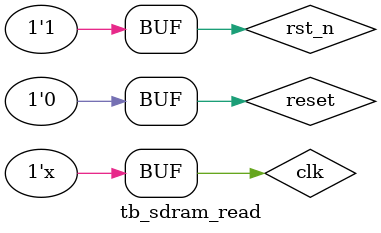
<source format=v>
`timescale 1ns / 1ps


module tb_sdram_read(

    );

    reg          clk             ;
    wire         clk_100M        ;
    wire         clk_100M_shift  ;
    wire         clk_50M         ;
    wire         locked          ;
    reg          rst_n           ;
    
    //复位信号与锁定信号相与,表示真正有效的复位
    wire         locked_rst_n    ;
    
    // init模块输出
    wire [3:0]   init_cmd        ;
    wire [1:0]   init_bank_addr  ;
    wire         init_end        ;
    wire [12:0]  init_addr       ;

    //SDRAM地址、控制线
    wire [3:0]   sdram_cmd        ;
    wire [1:0]   sdram_bank_addr  ;
    wire [12:0]  sdram_addr       ; 
    //SDRAM数据线
    wire [15:0]  sdram_dq         ;

    //write模块输入
    reg        wr_en              ;
    reg [23:0] wr_addr            ;
    reg [15:0] wr_data            ;  
    
    
    //write模块输出
    wire [3:0]   wr_cmd           ;
    wire [1:0]   wr_bank_addr     ;
    wire [12:0]  wr_sdram_addr    ;
    wire [15:0]  wr_sdram_data    ;
    wire         wr_end           ;
    wire         wr_ack           ;
    wire         wr_sdram_en      ;

    //sdram_read模块输入
    reg          rd_en            ;
    reg [23:0]   rd_addr          ;
    
    //sdram_read模块输出
    wire         rd_ack           ;
    wire [3:0]   rd_cmd           ;
    wire [1:0]   rd_bank_addr     ;
    wire [12:0]  rd_sdram_addr    ;
    wire         rd_end           ;
    wire [15:0]  rd_data          ;
    
    
    //clk_gen模块的复位信号高电平有效
    assign reset = ~rst_n;
    
    //复位信号与锁定信号相与
    assign locked_rst_n = rst_n & locked;
    
    //系统时钟和复位
    initial begin
        clk = 1'b1;
        rst_n <= 1'b0;
    #20
        rst_n <= 1'b1;
    end
    
    always#10 clk = ~clk;
    
    
    //重定义sdram仿真模型参数
    defparam sdram_model_plus_init.addr_bits = 13;
    defparam sdram_model_plus_init.data_bits = 16;
    defparam sdram_model_plus_init.col_bits = 9;
    defparam sdram_model_plus_init.mem_sizes = 2*1024*1024;

    //数据总线, 需要写入操作时为写入数据,其余情况下拉高
    assign sdram_dq = (wr_sdram_en)? wr_sdram_data: 16'hzzzz;
    
    //地址、命令总线仲裁
    assign sdram_cmd        = (init_end)?((rd_en)?rd_cmd        :    wr_cmd          ):init_cmd      ;    
    assign sdram_bank_addr  = (init_end)?((rd_en)?rd_bank_addr  :    wr_bank_addr    ):init_bank_addr;     
    assign sdram_addr       = (init_end)?((rd_en)?rd_sdram_addr :    wr_sdram_addr   ):init_addr     ;
    
    
    
    
    //wr_data, 写入数据产生器
    always@(posedge clk_100M or negedge locked_rst_n) begin
        if(!locked_rst_n) begin
            wr_data <= 16'b0;
        end else if(wr_ack) begin
            wr_data <= wr_data + 16'd1;
        end else begin
            wr_data <= wr_data;
        end
    end
    
    //写地址更新
    always@(posedge clk_100M or negedge locked_rst_n) begin
        if(!locked_rst_n) begin
            wr_addr <= 24'b0;
        end else if(wr_ack) begin
            wr_addr <= wr_addr + 24'd1;
        end else begin
            wr_addr <= wr_addr;
        end
    end

    //读地址更新
    always@(posedge clk_100M or negedge locked_rst_n) begin
        if(!locked_rst_n) begin
            rd_addr <= 24'b0;
        end else if(rd_ack) begin
            rd_addr <= rd_addr + 24'd1;
        end else begin
            rd_addr <= rd_addr;
        end
    end
    
    //wr_en
    always@(posedge clk_100M or negedge locked_rst_n) begin
        if(!locked_rst_n) begin
            wr_en <= 1'b0;
        end else if(wr_end) begin
            wr_en <= 1'b0;
        end else if(rd_en) begin //在读使能时,表示当前进行读操作,防止读写冲突, 不拉高写使能
            wr_en <= 1'b0;
        end else if(init_end) begin  //仿真时暂时设置为init完成后进行写, 实际上需要仲裁模块决定
            wr_en <= 1'b1;
        end else begin
            wr_en <= wr_en;
        end
    end
    
    //rd_en
    always@(posedge clk_100M or negedge locked_rst_n) begin
        if(!locked_rst_n) begin
            rd_en <= 1'b0;
        end else if(rd_end) begin //读完成后拉低读使能
            rd_en <= 1'b0;
        end else if(wr_end) begin //写完成之后拉高读使能信号
            rd_en <= 1'b1;
        end else begin
            rd_en <= rd_en;
        end
    end
    
    //潜伏期重配置, CAS要保持一致
    defparam sdram_init_inst.CAS = 3'b011;
    defparam sdram_read_inst.CAS = 3'b011;
    
    //时钟生成IP核
      clk_gen clk_gen_inst
   (
        // Clock out ports
        .clk_50M(clk_50M),     
        .clk_100M(clk_100M),     
        .clk_100M_shift(clk_100M_shift),    
        // Status and control signals
        .reset(reset), 
        .locked(locked),       
        // Clock in ports
        .clk_in1(clk)  //50M时钟输入
    
    );
    
    //初始化模块
    sdram_init sdram_init_inst(
        .clk             (clk_100M      ),  //100MHz
        .rst_n           (locked_rst_n  ),
                          
        .init_cmd        (init_cmd      ),
        .init_bank_addr  (init_bank_addr),
        .init_end        (init_end      ),
        .init_addr       (init_addr     )
    );   
    
    //sdram仿真模块
    sdram_model_plus sdram_model_plus_init
    (
        .Dq      (sdram_dq          ),  
        .Addr    (sdram_addr        ),  
        .Ba      (sdram_bank_addr   ), 
        .Clk     (clk_100M_shift    ),   //使用有相位偏移的时钟
        .Cke     (1'b1              ), 
        .Cs_n    (sdram_cmd[3]      ), 
        .Ras_n   (sdram_cmd[2]      ), 
        .Cas_n   (sdram_cmd[1]      ), 
        .We_n    (sdram_cmd[0]      ), 
        .Dqm     (2'b00             ),  //相当于不使用掩码
        .Debug   (1'b1              )
    );        
    
    //sdram写模块
    sdram_write sdram_write_inst(
        .clk             (clk_100M        ),
        .rst_n           (locked_rst_n    ),
        .wr_en           (wr_en           ),
        .wr_addr         (wr_addr         ),  //2bit Bank_addr + 13bit Row_addr + 9bit Column_addr
        .wr_data         (wr_data         ),
        .wr_burst_len    (10'd511         ),  //使用full-page突发传输

        .wr_cmd          (wr_cmd          ),
        .wr_bank_addr    (wr_bank_addr    ),
        .wr_sdram_addr   (wr_sdram_addr   ),
        .wr_sdram_data   (wr_sdram_data   ),
        .wr_end          (wr_end          ),
        .wr_ack          (wr_ack          ),
        .wr_sdram_en     (wr_sdram_en     )
    );    
    
    //sdram读模块
    sdram_read sdram_read_inst(
        .clk             (clk_100M        ),
        .rst_n           (locked_rst_n    ),
        .rd_addr         (rd_addr         ), 
        .rd_sdram_data   (sdram_dq        ),
        .rd_burst_len    (10'd511         ),
        .rd_en           (rd_en           ),
                          
        .rd_ack          (rd_ack          ),
        .rd_cmd          (rd_cmd          ),
        .rd_bank_addr    (rd_bank_addr    ),
        .rd_sdram_addr   (rd_sdram_addr   ),
        .rd_end          (rd_end          ),
        .rd_data         (rd_data         )
    );
endmodule

</source>
